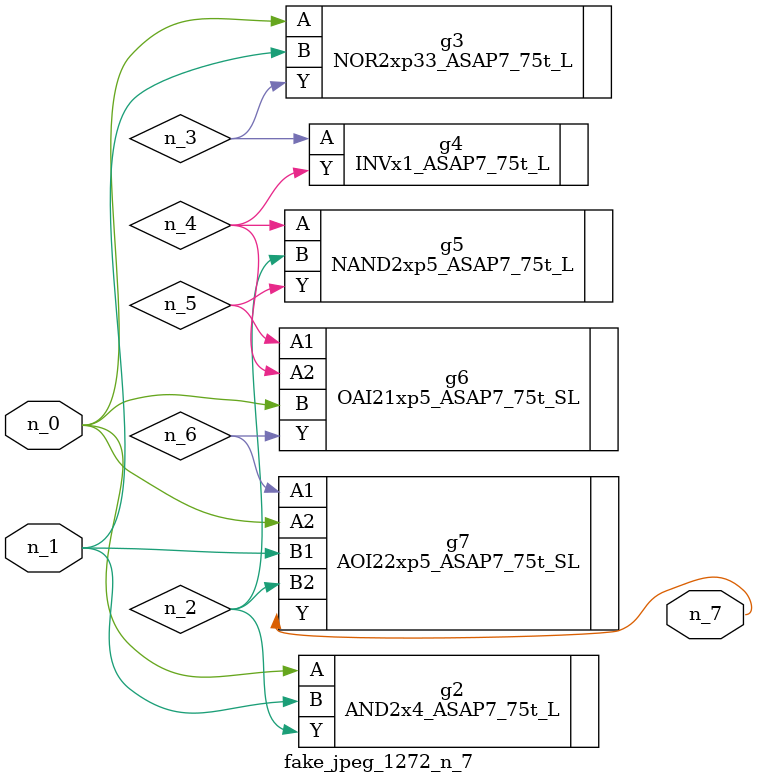
<source format=v>
module fake_jpeg_1272_n_7 (n_0, n_1, n_7);

input n_0;
input n_1;

output n_7;

wire n_2;
wire n_3;
wire n_4;
wire n_6;
wire n_5;

AND2x4_ASAP7_75t_L g2 ( 
.A(n_0),
.B(n_1),
.Y(n_2)
);

NOR2xp33_ASAP7_75t_L g3 ( 
.A(n_0),
.B(n_1),
.Y(n_3)
);

INVx1_ASAP7_75t_L g4 ( 
.A(n_3),
.Y(n_4)
);

NAND2xp5_ASAP7_75t_L g5 ( 
.A(n_4),
.B(n_2),
.Y(n_5)
);

OAI21xp5_ASAP7_75t_SL g6 ( 
.A1(n_5),
.A2(n_4),
.B(n_0),
.Y(n_6)
);

AOI22xp5_ASAP7_75t_SL g7 ( 
.A1(n_6),
.A2(n_0),
.B1(n_1),
.B2(n_2),
.Y(n_7)
);


endmodule
</source>
